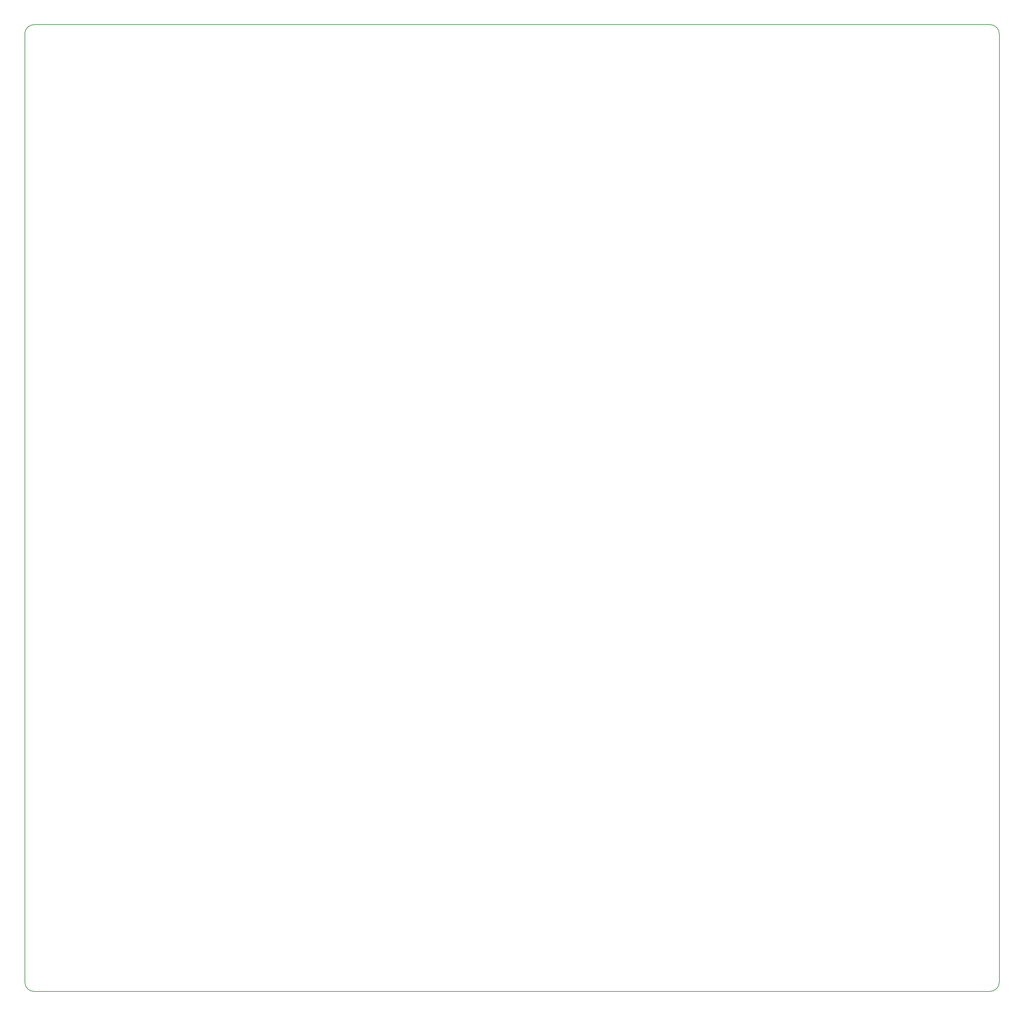
<source format=gbr>
%TF.GenerationSoftware,KiCad,Pcbnew,(6.0.8-1)-1*%
%TF.CreationDate,2023-01-11T15:38:10-05:00*%
%TF.ProjectId,smart-chessboard-board,736d6172-742d-4636-9865-7373626f6172,C*%
%TF.SameCoordinates,Original*%
%TF.FileFunction,Profile,NP*%
%FSLAX46Y46*%
G04 Gerber Fmt 4.6, Leading zero omitted, Abs format (unit mm)*
G04 Created by KiCad (PCBNEW (6.0.8-1)-1) date 2023-01-11 15:38:10*
%MOMM*%
%LPD*%
G01*
G04 APERTURE LIST*
%TA.AperFunction,Profile*%
%ADD10C,0.200000*%
%TD*%
G04 APERTURE END LIST*
D10*
X93733026Y-305308000D02*
X93718975Y-50310885D01*
X353060000Y-307800000D02*
X96281086Y-307800000D01*
X355600000Y-50310051D02*
X355600000Y-305289949D01*
X96273026Y-47800000D02*
X353060000Y-47800000D01*
X353060001Y-307799923D02*
G75*
G03*
X355600000Y-305289949I29799J2510023D01*
G01*
X355600077Y-50310051D02*
G75*
G03*
X353060000Y-47800000I-2510277J-49D01*
G01*
X93732955Y-305308000D02*
G75*
G03*
X96281086Y-307800000I2500345J7900D01*
G01*
X96273026Y-47800003D02*
G75*
G03*
X93718975Y-50310885I-29026J-2524897D01*
G01*
M02*

</source>
